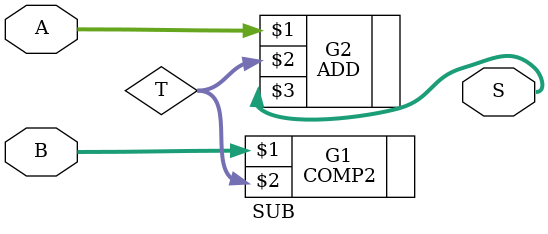
<source format=v>
`timescale 1ns / 1ps
module SUB #(parameter N = 8)
(
    input [N-1:0] A,
    input [N-1:0] B,
    output [N-1:0] S
);
	 wire [N-1:0] T;
	 
	 COMP2 #(.N(N)) G1(B, T);
	 ADD #(.N(N)) G2(A, T, S);
	 
endmodule
</source>
